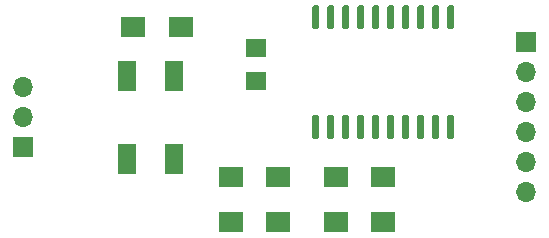
<source format=gbr>
%TF.GenerationSoftware,KiCad,Pcbnew,(5.1.9)-1*%
%TF.CreationDate,2021-02-16T10:35:30-05:00*%
%TF.ProjectId,Blinkbutton1616,426c696e-6b62-4757-9474-6f6e31363136,rev?*%
%TF.SameCoordinates,Original*%
%TF.FileFunction,Soldermask,Top*%
%TF.FilePolarity,Negative*%
%FSLAX46Y46*%
G04 Gerber Fmt 4.6, Leading zero omitted, Abs format (unit mm)*
G04 Created by KiCad (PCBNEW (5.1.9)-1) date 2021-02-16 10:35:30*
%MOMM*%
%LPD*%
G01*
G04 APERTURE LIST*
%ADD10O,1.700000X1.700000*%
%ADD11R,1.700000X1.700000*%
%ADD12R,1.500000X2.500000*%
%ADD13R,2.000000X1.700000*%
%ADD14R,1.798320X1.597660*%
G04 APERTURE END LIST*
%TO.C,U1*%
G36*
G01*
X140485000Y-114485000D02*
X140185000Y-114485000D01*
G75*
G02*
X140035000Y-114335000I0J150000D01*
G01*
X140035000Y-112585000D01*
G75*
G02*
X140185000Y-112435000I150000J0D01*
G01*
X140485000Y-112435000D01*
G75*
G02*
X140635000Y-112585000I0J-150000D01*
G01*
X140635000Y-114335000D01*
G75*
G02*
X140485000Y-114485000I-150000J0D01*
G01*
G37*
G36*
G01*
X141755000Y-114485000D02*
X141455000Y-114485000D01*
G75*
G02*
X141305000Y-114335000I0J150000D01*
G01*
X141305000Y-112585000D01*
G75*
G02*
X141455000Y-112435000I150000J0D01*
G01*
X141755000Y-112435000D01*
G75*
G02*
X141905000Y-112585000I0J-150000D01*
G01*
X141905000Y-114335000D01*
G75*
G02*
X141755000Y-114485000I-150000J0D01*
G01*
G37*
G36*
G01*
X143025000Y-114485000D02*
X142725000Y-114485000D01*
G75*
G02*
X142575000Y-114335000I0J150000D01*
G01*
X142575000Y-112585000D01*
G75*
G02*
X142725000Y-112435000I150000J0D01*
G01*
X143025000Y-112435000D01*
G75*
G02*
X143175000Y-112585000I0J-150000D01*
G01*
X143175000Y-114335000D01*
G75*
G02*
X143025000Y-114485000I-150000J0D01*
G01*
G37*
G36*
G01*
X144295000Y-114485000D02*
X143995000Y-114485000D01*
G75*
G02*
X143845000Y-114335000I0J150000D01*
G01*
X143845000Y-112585000D01*
G75*
G02*
X143995000Y-112435000I150000J0D01*
G01*
X144295000Y-112435000D01*
G75*
G02*
X144445000Y-112585000I0J-150000D01*
G01*
X144445000Y-114335000D01*
G75*
G02*
X144295000Y-114485000I-150000J0D01*
G01*
G37*
G36*
G01*
X145565000Y-114485000D02*
X145265000Y-114485000D01*
G75*
G02*
X145115000Y-114335000I0J150000D01*
G01*
X145115000Y-112585000D01*
G75*
G02*
X145265000Y-112435000I150000J0D01*
G01*
X145565000Y-112435000D01*
G75*
G02*
X145715000Y-112585000I0J-150000D01*
G01*
X145715000Y-114335000D01*
G75*
G02*
X145565000Y-114485000I-150000J0D01*
G01*
G37*
G36*
G01*
X146835000Y-114485000D02*
X146535000Y-114485000D01*
G75*
G02*
X146385000Y-114335000I0J150000D01*
G01*
X146385000Y-112585000D01*
G75*
G02*
X146535000Y-112435000I150000J0D01*
G01*
X146835000Y-112435000D01*
G75*
G02*
X146985000Y-112585000I0J-150000D01*
G01*
X146985000Y-114335000D01*
G75*
G02*
X146835000Y-114485000I-150000J0D01*
G01*
G37*
G36*
G01*
X148105000Y-114485000D02*
X147805000Y-114485000D01*
G75*
G02*
X147655000Y-114335000I0J150000D01*
G01*
X147655000Y-112585000D01*
G75*
G02*
X147805000Y-112435000I150000J0D01*
G01*
X148105000Y-112435000D01*
G75*
G02*
X148255000Y-112585000I0J-150000D01*
G01*
X148255000Y-114335000D01*
G75*
G02*
X148105000Y-114485000I-150000J0D01*
G01*
G37*
G36*
G01*
X149375000Y-114485000D02*
X149075000Y-114485000D01*
G75*
G02*
X148925000Y-114335000I0J150000D01*
G01*
X148925000Y-112585000D01*
G75*
G02*
X149075000Y-112435000I150000J0D01*
G01*
X149375000Y-112435000D01*
G75*
G02*
X149525000Y-112585000I0J-150000D01*
G01*
X149525000Y-114335000D01*
G75*
G02*
X149375000Y-114485000I-150000J0D01*
G01*
G37*
G36*
G01*
X150645000Y-114485000D02*
X150345000Y-114485000D01*
G75*
G02*
X150195000Y-114335000I0J150000D01*
G01*
X150195000Y-112585000D01*
G75*
G02*
X150345000Y-112435000I150000J0D01*
G01*
X150645000Y-112435000D01*
G75*
G02*
X150795000Y-112585000I0J-150000D01*
G01*
X150795000Y-114335000D01*
G75*
G02*
X150645000Y-114485000I-150000J0D01*
G01*
G37*
G36*
G01*
X151915000Y-114485000D02*
X151615000Y-114485000D01*
G75*
G02*
X151465000Y-114335000I0J150000D01*
G01*
X151465000Y-112585000D01*
G75*
G02*
X151615000Y-112435000I150000J0D01*
G01*
X151915000Y-112435000D01*
G75*
G02*
X152065000Y-112585000I0J-150000D01*
G01*
X152065000Y-114335000D01*
G75*
G02*
X151915000Y-114485000I-150000J0D01*
G01*
G37*
G36*
G01*
X151915000Y-123785000D02*
X151615000Y-123785000D01*
G75*
G02*
X151465000Y-123635000I0J150000D01*
G01*
X151465000Y-121885000D01*
G75*
G02*
X151615000Y-121735000I150000J0D01*
G01*
X151915000Y-121735000D01*
G75*
G02*
X152065000Y-121885000I0J-150000D01*
G01*
X152065000Y-123635000D01*
G75*
G02*
X151915000Y-123785000I-150000J0D01*
G01*
G37*
G36*
G01*
X150645000Y-123785000D02*
X150345000Y-123785000D01*
G75*
G02*
X150195000Y-123635000I0J150000D01*
G01*
X150195000Y-121885000D01*
G75*
G02*
X150345000Y-121735000I150000J0D01*
G01*
X150645000Y-121735000D01*
G75*
G02*
X150795000Y-121885000I0J-150000D01*
G01*
X150795000Y-123635000D01*
G75*
G02*
X150645000Y-123785000I-150000J0D01*
G01*
G37*
G36*
G01*
X149375000Y-123785000D02*
X149075000Y-123785000D01*
G75*
G02*
X148925000Y-123635000I0J150000D01*
G01*
X148925000Y-121885000D01*
G75*
G02*
X149075000Y-121735000I150000J0D01*
G01*
X149375000Y-121735000D01*
G75*
G02*
X149525000Y-121885000I0J-150000D01*
G01*
X149525000Y-123635000D01*
G75*
G02*
X149375000Y-123785000I-150000J0D01*
G01*
G37*
G36*
G01*
X148105000Y-123785000D02*
X147805000Y-123785000D01*
G75*
G02*
X147655000Y-123635000I0J150000D01*
G01*
X147655000Y-121885000D01*
G75*
G02*
X147805000Y-121735000I150000J0D01*
G01*
X148105000Y-121735000D01*
G75*
G02*
X148255000Y-121885000I0J-150000D01*
G01*
X148255000Y-123635000D01*
G75*
G02*
X148105000Y-123785000I-150000J0D01*
G01*
G37*
G36*
G01*
X146835000Y-123785000D02*
X146535000Y-123785000D01*
G75*
G02*
X146385000Y-123635000I0J150000D01*
G01*
X146385000Y-121885000D01*
G75*
G02*
X146535000Y-121735000I150000J0D01*
G01*
X146835000Y-121735000D01*
G75*
G02*
X146985000Y-121885000I0J-150000D01*
G01*
X146985000Y-123635000D01*
G75*
G02*
X146835000Y-123785000I-150000J0D01*
G01*
G37*
G36*
G01*
X145565000Y-123785000D02*
X145265000Y-123785000D01*
G75*
G02*
X145115000Y-123635000I0J150000D01*
G01*
X145115000Y-121885000D01*
G75*
G02*
X145265000Y-121735000I150000J0D01*
G01*
X145565000Y-121735000D01*
G75*
G02*
X145715000Y-121885000I0J-150000D01*
G01*
X145715000Y-123635000D01*
G75*
G02*
X145565000Y-123785000I-150000J0D01*
G01*
G37*
G36*
G01*
X144295000Y-123785000D02*
X143995000Y-123785000D01*
G75*
G02*
X143845000Y-123635000I0J150000D01*
G01*
X143845000Y-121885000D01*
G75*
G02*
X143995000Y-121735000I150000J0D01*
G01*
X144295000Y-121735000D01*
G75*
G02*
X144445000Y-121885000I0J-150000D01*
G01*
X144445000Y-123635000D01*
G75*
G02*
X144295000Y-123785000I-150000J0D01*
G01*
G37*
G36*
G01*
X143025000Y-123785000D02*
X142725000Y-123785000D01*
G75*
G02*
X142575000Y-123635000I0J150000D01*
G01*
X142575000Y-121885000D01*
G75*
G02*
X142725000Y-121735000I150000J0D01*
G01*
X143025000Y-121735000D01*
G75*
G02*
X143175000Y-121885000I0J-150000D01*
G01*
X143175000Y-123635000D01*
G75*
G02*
X143025000Y-123785000I-150000J0D01*
G01*
G37*
G36*
G01*
X141755000Y-123785000D02*
X141455000Y-123785000D01*
G75*
G02*
X141305000Y-123635000I0J150000D01*
G01*
X141305000Y-121885000D01*
G75*
G02*
X141455000Y-121735000I150000J0D01*
G01*
X141755000Y-121735000D01*
G75*
G02*
X141905000Y-121885000I0J-150000D01*
G01*
X141905000Y-123635000D01*
G75*
G02*
X141755000Y-123785000I-150000J0D01*
G01*
G37*
G36*
G01*
X140485000Y-123785000D02*
X140185000Y-123785000D01*
G75*
G02*
X140035000Y-123635000I0J150000D01*
G01*
X140035000Y-121885000D01*
G75*
G02*
X140185000Y-121735000I150000J0D01*
G01*
X140485000Y-121735000D01*
G75*
G02*
X140635000Y-121885000I0J-150000D01*
G01*
X140635000Y-123635000D01*
G75*
G02*
X140485000Y-123785000I-150000J0D01*
G01*
G37*
%TD*%
D10*
%TO.C,J2*%
X158115000Y-128270000D03*
X158115000Y-125730000D03*
X158115000Y-123190000D03*
X158115000Y-120650000D03*
X158115000Y-118110000D03*
D11*
X158115000Y-115570000D03*
%TD*%
D10*
%TO.C,J1*%
X115570000Y-119380000D03*
X115570000Y-121920000D03*
D11*
X115570000Y-124460000D03*
%TD*%
D12*
%TO.C,SW1*%
X128365000Y-118420000D03*
X128365000Y-125420000D03*
X124365000Y-118420000D03*
X124365000Y-125420000D03*
%TD*%
D13*
%TO.C,R3*%
X142050000Y-127000000D03*
X146050000Y-127000000D03*
%TD*%
%TO.C,R2*%
X133160000Y-127000000D03*
X137160000Y-127000000D03*
%TD*%
%TO.C,R1*%
X124905000Y-114300000D03*
X128905000Y-114300000D03*
%TD*%
%TO.C,D2*%
X142050000Y-130810000D03*
X146050000Y-130810000D03*
%TD*%
%TO.C,D1*%
X133160000Y-130810000D03*
X137160000Y-130810000D03*
%TD*%
D14*
%TO.C,C1*%
X135255000Y-116075460D03*
X135255000Y-118874540D03*
%TD*%
M02*

</source>
